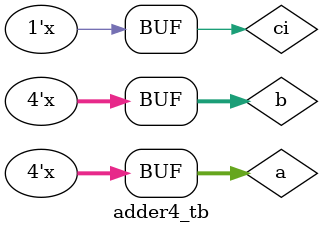
<source format=v>
`timescale 1ns / 1ps


module adder4_tb;
reg [3:0] a;
reg [3:0] b;
reg ci;
wire [3:0] s;
wire co;
adder4 u_adder4(
.a(a), .b(b), .ci(ci), .s(s), .co(co)
);
initial begin
    a=4'D0000;
    b=4'D0000;
    ci = 1'b0;  
end
always @(a or b or ci)begin
    a <= #10 a+4'D0001;
    b <= #20 a-4'D0001;
    ci <= #30 ~ci;
 end 

endmodule

</source>
